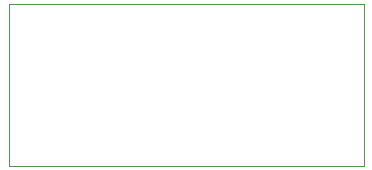
<source format=gm1>
G04 #@! TF.GenerationSoftware,KiCad,Pcbnew,5.1.9+dfsg1-1+deb11u1*
G04 #@! TF.CreationDate,2023-08-09T03:16:42+03:00*
G04 #@! TF.ProjectId,PTT-USB-Cable,5054542d-5553-4422-9d43-61626c652e6b,A*
G04 #@! TF.SameCoordinates,Original*
G04 #@! TF.FileFunction,Profile,NP*
%FSLAX46Y46*%
G04 Gerber Fmt 4.6, Leading zero omitted, Abs format (unit mm)*
G04 Created by KiCad (PCBNEW 5.1.9+dfsg1-1+deb11u1) date 2023-08-09 03:16:42*
%MOMM*%
%LPD*%
G01*
G04 APERTURE LIST*
G04 #@! TA.AperFunction,Profile*
%ADD10C,0.050000*%
G04 #@! TD*
G04 APERTURE END LIST*
D10*
X50000000Y-113700000D02*
X50000000Y-100000000D01*
X80000000Y-113700000D02*
X50000000Y-113700000D01*
X80000000Y-100000000D02*
X80000000Y-113700000D01*
X50000000Y-100000000D02*
X80000000Y-100000000D01*
M02*

</source>
